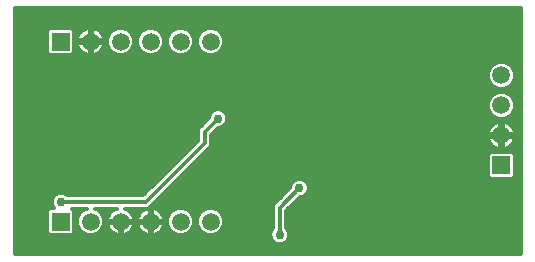
<source format=gbl>
G75*
%MOIN*%
%OFA0B0*%
%FSLAX25Y25*%
%IPPOS*%
%LPD*%
%AMOC8*
5,1,8,0,0,1.08239X$1,22.5*
%
%ADD10R,0.05937X0.05937*%
%ADD11C,0.05937*%
%ADD12C,0.01200*%
%ADD13C,0.02978*%
D10*
X0021757Y0016533D03*
X0021757Y0076572D03*
X0168634Y0035275D03*
D11*
X0168634Y0045275D03*
X0168634Y0055275D03*
X0168634Y0065275D03*
X0071757Y0076572D03*
X0061757Y0076572D03*
X0051757Y0076572D03*
X0041757Y0076572D03*
X0031757Y0076572D03*
X0031757Y0016533D03*
X0041757Y0016533D03*
X0051757Y0016533D03*
X0061757Y0016533D03*
X0071757Y0016533D03*
D12*
X0006357Y0005779D02*
X0006357Y0087720D01*
X0175150Y0087720D01*
X0175150Y0005779D01*
X0006357Y0005779D01*
X0006357Y0006604D02*
X0175150Y0006604D01*
X0175150Y0007802D02*
X0006357Y0007802D01*
X0006357Y0009001D02*
X0175150Y0009001D01*
X0175150Y0010199D02*
X0097189Y0010199D01*
X0097351Y0010361D02*
X0097821Y0011497D01*
X0097821Y0012725D01*
X0097351Y0013861D01*
X0096932Y0014279D01*
X0096932Y0020258D01*
X0101353Y0024679D01*
X0101945Y0024679D01*
X0103081Y0025149D01*
X0103950Y0026018D01*
X0104420Y0027154D01*
X0104420Y0028382D01*
X0103950Y0029518D01*
X0103081Y0030387D01*
X0101945Y0030857D01*
X0100717Y0030857D01*
X0099581Y0030387D01*
X0098712Y0029518D01*
X0098242Y0028382D01*
X0098242Y0027790D01*
X0092532Y0022080D01*
X0092532Y0014279D01*
X0092114Y0013861D01*
X0091643Y0012725D01*
X0091643Y0011497D01*
X0092114Y0010361D01*
X0092982Y0009492D01*
X0094118Y0009022D01*
X0095347Y0009022D01*
X0096482Y0009492D01*
X0097351Y0010361D01*
X0097780Y0011398D02*
X0175150Y0011398D01*
X0175150Y0012596D02*
X0097821Y0012596D01*
X0097378Y0013795D02*
X0175150Y0013795D01*
X0175150Y0014993D02*
X0096932Y0014993D01*
X0096932Y0016192D02*
X0175150Y0016192D01*
X0175150Y0017390D02*
X0096932Y0017390D01*
X0096932Y0018589D02*
X0175150Y0018589D01*
X0175150Y0019787D02*
X0096932Y0019787D01*
X0097660Y0020986D02*
X0175150Y0020986D01*
X0175150Y0022184D02*
X0098859Y0022184D01*
X0100057Y0023383D02*
X0175150Y0023383D01*
X0175150Y0024581D02*
X0101256Y0024581D01*
X0103711Y0025780D02*
X0175150Y0025780D01*
X0175150Y0026978D02*
X0104347Y0026978D01*
X0104420Y0028177D02*
X0175150Y0028177D01*
X0175150Y0029375D02*
X0104009Y0029375D01*
X0101331Y0027768D02*
X0094732Y0021169D01*
X0094732Y0012111D01*
X0091684Y0011398D02*
X0006357Y0011398D01*
X0006357Y0012596D02*
X0017495Y0012596D01*
X0017189Y0012902D02*
X0018126Y0011965D01*
X0025389Y0011965D01*
X0026326Y0012902D01*
X0026326Y0020164D01*
X0025564Y0020926D01*
X0030426Y0020926D01*
X0029170Y0020406D01*
X0027884Y0019121D01*
X0027189Y0017442D01*
X0027189Y0015624D01*
X0027884Y0013945D01*
X0029170Y0012660D01*
X0030849Y0011965D01*
X0032666Y0011965D01*
X0034345Y0012660D01*
X0035630Y0013945D01*
X0036326Y0015624D01*
X0036326Y0017442D01*
X0035630Y0019121D01*
X0034345Y0020406D01*
X0033089Y0020926D01*
X0040495Y0020926D01*
X0040004Y0020767D01*
X0039363Y0020440D01*
X0038781Y0020018D01*
X0038273Y0019509D01*
X0037850Y0018927D01*
X0037524Y0018287D01*
X0037301Y0017603D01*
X0037193Y0016917D01*
X0041373Y0016917D01*
X0041373Y0016149D01*
X0037193Y0016149D01*
X0037301Y0015463D01*
X0037524Y0014779D01*
X0037850Y0014139D01*
X0038273Y0013557D01*
X0038781Y0013048D01*
X0039363Y0012626D01*
X0040004Y0012299D01*
X0040688Y0012077D01*
X0041373Y0011968D01*
X0041373Y0016149D01*
X0042142Y0016149D01*
X0042142Y0016917D01*
X0046322Y0016917D01*
X0046213Y0017603D01*
X0045991Y0018287D01*
X0045665Y0018927D01*
X0045242Y0019509D01*
X0044734Y0020018D01*
X0044152Y0020440D01*
X0043511Y0020767D01*
X0043020Y0020926D01*
X0050495Y0020926D01*
X0050004Y0020767D01*
X0049363Y0020440D01*
X0048781Y0020018D01*
X0048273Y0019509D01*
X0047850Y0018927D01*
X0047524Y0018287D01*
X0047301Y0017603D01*
X0047193Y0016917D01*
X0051373Y0016917D01*
X0051373Y0016149D01*
X0047193Y0016149D01*
X0047301Y0015463D01*
X0047524Y0014779D01*
X0047850Y0014139D01*
X0048273Y0013557D01*
X0048781Y0013048D01*
X0049363Y0012626D01*
X0050004Y0012299D01*
X0050688Y0012077D01*
X0051373Y0011968D01*
X0051373Y0016149D01*
X0052142Y0016149D01*
X0052142Y0016917D01*
X0056322Y0016917D01*
X0056213Y0017603D01*
X0055991Y0018287D01*
X0055665Y0018927D01*
X0055242Y0019509D01*
X0054734Y0020018D01*
X0054152Y0020440D01*
X0053511Y0020767D01*
X0052827Y0020989D01*
X0052142Y0021098D01*
X0052142Y0016917D01*
X0051373Y0016917D01*
X0051373Y0021098D01*
X0051218Y0021073D01*
X0071913Y0041768D01*
X0071913Y0045496D01*
X0074254Y0047837D01*
X0074846Y0047837D01*
X0075981Y0048307D01*
X0076850Y0049176D01*
X0077321Y0050311D01*
X0077321Y0051540D01*
X0076850Y0052676D01*
X0075981Y0053545D01*
X0074846Y0054015D01*
X0073617Y0054015D01*
X0072482Y0053545D01*
X0071613Y0052676D01*
X0071143Y0051540D01*
X0071143Y0050948D01*
X0068802Y0048608D01*
X0067513Y0047319D01*
X0067513Y0043591D01*
X0049249Y0025326D01*
X0023971Y0025326D01*
X0023552Y0025745D01*
X0022417Y0026215D01*
X0021188Y0026215D01*
X0020052Y0025745D01*
X0019183Y0024876D01*
X0018713Y0023741D01*
X0018713Y0022512D01*
X0019183Y0021377D01*
X0019459Y0021102D01*
X0018126Y0021102D01*
X0017189Y0020164D01*
X0017189Y0012902D01*
X0017189Y0013795D02*
X0006357Y0013795D01*
X0006357Y0014993D02*
X0017189Y0014993D01*
X0017189Y0016192D02*
X0006357Y0016192D01*
X0006357Y0017390D02*
X0017189Y0017390D01*
X0017189Y0018589D02*
X0006357Y0018589D01*
X0006357Y0019787D02*
X0017189Y0019787D01*
X0018010Y0020986D02*
X0006357Y0020986D01*
X0006357Y0022184D02*
X0018849Y0022184D01*
X0018713Y0023383D02*
X0006357Y0023383D01*
X0006357Y0024581D02*
X0019061Y0024581D01*
X0020136Y0025780D02*
X0006357Y0025780D01*
X0006357Y0026978D02*
X0050901Y0026978D01*
X0052099Y0028177D02*
X0006357Y0028177D01*
X0006357Y0029375D02*
X0053298Y0029375D01*
X0054496Y0030574D02*
X0006357Y0030574D01*
X0006357Y0031772D02*
X0055695Y0031772D01*
X0056893Y0032971D02*
X0006357Y0032971D01*
X0006357Y0034169D02*
X0058092Y0034169D01*
X0059290Y0035368D02*
X0006357Y0035368D01*
X0006357Y0036566D02*
X0060489Y0036566D01*
X0061687Y0037765D02*
X0006357Y0037765D01*
X0006357Y0038963D02*
X0062886Y0038963D01*
X0064084Y0040162D02*
X0006357Y0040162D01*
X0006357Y0041360D02*
X0065283Y0041360D01*
X0066481Y0042559D02*
X0006357Y0042559D01*
X0006357Y0043757D02*
X0067513Y0043757D01*
X0067513Y0044956D02*
X0006357Y0044956D01*
X0006357Y0046154D02*
X0067513Y0046154D01*
X0067547Y0047353D02*
X0006357Y0047353D01*
X0006357Y0048551D02*
X0068746Y0048551D01*
X0068802Y0048608D02*
X0068802Y0048608D01*
X0069944Y0049750D02*
X0006357Y0049750D01*
X0006357Y0050948D02*
X0071143Y0050948D01*
X0071394Y0052147D02*
X0006357Y0052147D01*
X0006357Y0053346D02*
X0072283Y0053346D01*
X0076180Y0053346D02*
X0164489Y0053346D01*
X0164761Y0052687D02*
X0166046Y0051402D01*
X0167726Y0050706D01*
X0169543Y0050706D01*
X0171222Y0051402D01*
X0172507Y0052687D01*
X0173203Y0054366D01*
X0173203Y0056183D01*
X0172507Y0057863D01*
X0171222Y0059148D01*
X0169543Y0059843D01*
X0167726Y0059843D01*
X0166046Y0059148D01*
X0164761Y0057863D01*
X0164066Y0056183D01*
X0164066Y0054366D01*
X0164761Y0052687D01*
X0165301Y0052147D02*
X0077069Y0052147D01*
X0077321Y0050948D02*
X0167141Y0050948D01*
X0167565Y0049731D02*
X0166881Y0049509D01*
X0166240Y0049182D01*
X0165658Y0048759D01*
X0165150Y0048251D01*
X0164727Y0047669D01*
X0164401Y0047028D01*
X0164178Y0046345D01*
X0164070Y0045659D01*
X0168250Y0045659D01*
X0168250Y0044890D01*
X0169019Y0044890D01*
X0169019Y0045659D01*
X0173199Y0045659D01*
X0173090Y0046345D01*
X0172868Y0047028D01*
X0172542Y0047669D01*
X0172119Y0048251D01*
X0171610Y0048759D01*
X0171029Y0049182D01*
X0170388Y0049509D01*
X0169704Y0049731D01*
X0169019Y0049839D01*
X0169019Y0045659D01*
X0168250Y0045659D01*
X0168250Y0049839D01*
X0167565Y0049731D01*
X0167686Y0049750D02*
X0077088Y0049750D01*
X0076226Y0048551D02*
X0165450Y0048551D01*
X0164566Y0047353D02*
X0073770Y0047353D01*
X0072571Y0046154D02*
X0164148Y0046154D01*
X0164070Y0044890D02*
X0164178Y0044205D01*
X0164401Y0043521D01*
X0164727Y0042880D01*
X0165150Y0042299D01*
X0165658Y0041790D01*
X0166240Y0041367D01*
X0166881Y0041041D01*
X0167565Y0040819D01*
X0168250Y0040710D01*
X0168250Y0044890D01*
X0164070Y0044890D01*
X0164324Y0043757D02*
X0071913Y0043757D01*
X0071913Y0042559D02*
X0164961Y0042559D01*
X0166254Y0041360D02*
X0071505Y0041360D01*
X0069713Y0042680D02*
X0050160Y0023126D01*
X0021802Y0023126D01*
X0023468Y0025780D02*
X0049702Y0025780D01*
X0054726Y0024581D02*
X0095033Y0024581D01*
X0096232Y0025780D02*
X0055925Y0025780D01*
X0057123Y0026978D02*
X0097430Y0026978D01*
X0098242Y0028177D02*
X0058322Y0028177D01*
X0059520Y0029375D02*
X0098653Y0029375D01*
X0100033Y0030574D02*
X0060719Y0030574D01*
X0061917Y0031772D02*
X0164066Y0031772D01*
X0164066Y0031644D02*
X0165003Y0030706D01*
X0172266Y0030706D01*
X0173203Y0031644D01*
X0173203Y0038906D01*
X0172266Y0039843D01*
X0165003Y0039843D01*
X0164066Y0038906D01*
X0164066Y0031644D01*
X0164066Y0032971D02*
X0063116Y0032971D01*
X0064314Y0034169D02*
X0164066Y0034169D01*
X0164066Y0035368D02*
X0065513Y0035368D01*
X0066711Y0036566D02*
X0164066Y0036566D01*
X0164066Y0037765D02*
X0067910Y0037765D01*
X0069108Y0038963D02*
X0164123Y0038963D01*
X0168250Y0041360D02*
X0169019Y0041360D01*
X0169019Y0040710D02*
X0169704Y0040819D01*
X0170388Y0041041D01*
X0171029Y0041367D01*
X0171610Y0041790D01*
X0172119Y0042299D01*
X0172542Y0042880D01*
X0172868Y0043521D01*
X0173090Y0044205D01*
X0173199Y0044890D01*
X0169019Y0044890D01*
X0169019Y0040710D01*
X0171015Y0041360D02*
X0175150Y0041360D01*
X0175150Y0042559D02*
X0172308Y0042559D01*
X0172945Y0043757D02*
X0175150Y0043757D01*
X0175150Y0044956D02*
X0169019Y0044956D01*
X0168250Y0044956D02*
X0071913Y0044956D01*
X0069713Y0046408D02*
X0069713Y0042680D01*
X0070307Y0040162D02*
X0175150Y0040162D01*
X0175150Y0038963D02*
X0173145Y0038963D01*
X0173203Y0037765D02*
X0175150Y0037765D01*
X0175150Y0036566D02*
X0173203Y0036566D01*
X0173203Y0035368D02*
X0175150Y0035368D01*
X0175150Y0034169D02*
X0173203Y0034169D01*
X0173203Y0032971D02*
X0175150Y0032971D01*
X0175150Y0031772D02*
X0173203Y0031772D01*
X0175150Y0030574D02*
X0102629Y0030574D01*
X0093835Y0023383D02*
X0053528Y0023383D01*
X0052329Y0022184D02*
X0092636Y0022184D01*
X0092532Y0020986D02*
X0072946Y0020986D01*
X0072666Y0021102D02*
X0070849Y0021102D01*
X0069170Y0020406D01*
X0067884Y0019121D01*
X0067189Y0017442D01*
X0067189Y0015624D01*
X0067884Y0013945D01*
X0069170Y0012660D01*
X0070849Y0011965D01*
X0072666Y0011965D01*
X0074345Y0012660D01*
X0075630Y0013945D01*
X0076326Y0015624D01*
X0076326Y0017442D01*
X0075630Y0019121D01*
X0074345Y0020406D01*
X0072666Y0021102D01*
X0070569Y0020986D02*
X0062946Y0020986D01*
X0062666Y0021102D02*
X0060849Y0021102D01*
X0059170Y0020406D01*
X0057884Y0019121D01*
X0057189Y0017442D01*
X0057189Y0015624D01*
X0057884Y0013945D01*
X0059170Y0012660D01*
X0060849Y0011965D01*
X0062666Y0011965D01*
X0064345Y0012660D01*
X0065630Y0013945D01*
X0066326Y0015624D01*
X0066326Y0017442D01*
X0065630Y0019121D01*
X0064345Y0020406D01*
X0062666Y0021102D01*
X0060569Y0020986D02*
X0052838Y0020986D01*
X0052142Y0020986D02*
X0051373Y0020986D01*
X0051373Y0019787D02*
X0052142Y0019787D01*
X0054964Y0019787D02*
X0058551Y0019787D01*
X0057664Y0018589D02*
X0055837Y0018589D01*
X0056247Y0017390D02*
X0057189Y0017390D01*
X0057189Y0016192D02*
X0052142Y0016192D01*
X0052142Y0016149D02*
X0056322Y0016149D01*
X0056213Y0015463D01*
X0055991Y0014779D01*
X0055665Y0014139D01*
X0055242Y0013557D01*
X0054734Y0013048D01*
X0054152Y0012626D01*
X0053511Y0012299D01*
X0052827Y0012077D01*
X0052142Y0011968D01*
X0052142Y0016149D01*
X0051373Y0016192D02*
X0042142Y0016192D01*
X0042142Y0016149D02*
X0046322Y0016149D01*
X0046213Y0015463D01*
X0045991Y0014779D01*
X0045665Y0014139D01*
X0045242Y0013557D01*
X0044734Y0013048D01*
X0044152Y0012626D01*
X0043511Y0012299D01*
X0042827Y0012077D01*
X0042142Y0011968D01*
X0042142Y0016149D01*
X0041373Y0016192D02*
X0036326Y0016192D01*
X0036326Y0017390D02*
X0037268Y0017390D01*
X0037678Y0018589D02*
X0035851Y0018589D01*
X0034964Y0019787D02*
X0038551Y0019787D01*
X0044964Y0019787D02*
X0048551Y0019787D01*
X0047678Y0018589D02*
X0045837Y0018589D01*
X0046247Y0017390D02*
X0047268Y0017390D01*
X0047454Y0014993D02*
X0046061Y0014993D01*
X0045415Y0013795D02*
X0048100Y0013795D01*
X0049421Y0012596D02*
X0044094Y0012596D01*
X0042142Y0012596D02*
X0041373Y0012596D01*
X0039421Y0012596D02*
X0034191Y0012596D01*
X0035480Y0013795D02*
X0038100Y0013795D01*
X0037454Y0014993D02*
X0036065Y0014993D01*
X0041373Y0014993D02*
X0042142Y0014993D01*
X0042142Y0013795D02*
X0041373Y0013795D01*
X0051373Y0013795D02*
X0052142Y0013795D01*
X0052142Y0014993D02*
X0051373Y0014993D01*
X0051373Y0017390D02*
X0052142Y0017390D01*
X0052142Y0018589D02*
X0051373Y0018589D01*
X0056061Y0014993D02*
X0057450Y0014993D01*
X0058035Y0013795D02*
X0055415Y0013795D01*
X0054094Y0012596D02*
X0059324Y0012596D01*
X0064191Y0012596D02*
X0069324Y0012596D01*
X0068035Y0013795D02*
X0065480Y0013795D01*
X0066065Y0014993D02*
X0067450Y0014993D01*
X0067189Y0016192D02*
X0066326Y0016192D01*
X0066326Y0017390D02*
X0067189Y0017390D01*
X0067664Y0018589D02*
X0065851Y0018589D01*
X0064964Y0019787D02*
X0068551Y0019787D01*
X0074964Y0019787D02*
X0092532Y0019787D01*
X0092532Y0018589D02*
X0075851Y0018589D01*
X0076326Y0017390D02*
X0092532Y0017390D01*
X0092532Y0016192D02*
X0076326Y0016192D01*
X0076065Y0014993D02*
X0092532Y0014993D01*
X0092086Y0013795D02*
X0075480Y0013795D01*
X0074191Y0012596D02*
X0091643Y0012596D01*
X0092276Y0010199D02*
X0006357Y0010199D01*
X0026020Y0012596D02*
X0029324Y0012596D01*
X0028035Y0013795D02*
X0026326Y0013795D01*
X0026326Y0014993D02*
X0027450Y0014993D01*
X0027189Y0016192D02*
X0026326Y0016192D01*
X0026326Y0017390D02*
X0027189Y0017390D01*
X0027664Y0018589D02*
X0026326Y0018589D01*
X0026326Y0019787D02*
X0028551Y0019787D01*
X0051373Y0012596D02*
X0052142Y0012596D01*
X0069713Y0046408D02*
X0074232Y0050926D01*
X0072666Y0072004D02*
X0070849Y0072004D01*
X0069170Y0072699D01*
X0067884Y0073985D01*
X0067189Y0075664D01*
X0067189Y0077481D01*
X0067884Y0079160D01*
X0069170Y0080445D01*
X0070849Y0081141D01*
X0072666Y0081141D01*
X0074345Y0080445D01*
X0075630Y0079160D01*
X0076326Y0077481D01*
X0076326Y0075664D01*
X0075630Y0073985D01*
X0074345Y0072699D01*
X0072666Y0072004D01*
X0073916Y0072522D02*
X0175150Y0072522D01*
X0175150Y0071323D02*
X0006357Y0071323D01*
X0006357Y0070125D02*
X0175150Y0070125D01*
X0175150Y0068926D02*
X0171444Y0068926D01*
X0171222Y0069148D02*
X0169543Y0069843D01*
X0167726Y0069843D01*
X0166046Y0069148D01*
X0164761Y0067863D01*
X0164066Y0066183D01*
X0164066Y0064366D01*
X0164761Y0062687D01*
X0166046Y0061402D01*
X0167726Y0060706D01*
X0169543Y0060706D01*
X0171222Y0061402D01*
X0172507Y0062687D01*
X0173203Y0064366D01*
X0173203Y0066183D01*
X0172507Y0067863D01*
X0171222Y0069148D01*
X0172563Y0067728D02*
X0175150Y0067728D01*
X0175150Y0066529D02*
X0173060Y0066529D01*
X0173203Y0065331D02*
X0175150Y0065331D01*
X0175150Y0064132D02*
X0173106Y0064132D01*
X0172609Y0062934D02*
X0175150Y0062934D01*
X0175150Y0061735D02*
X0171555Y0061735D01*
X0170763Y0059338D02*
X0175150Y0059338D01*
X0175150Y0058140D02*
X0172230Y0058140D01*
X0172889Y0056941D02*
X0175150Y0056941D01*
X0175150Y0055743D02*
X0173203Y0055743D01*
X0173203Y0054544D02*
X0175150Y0054544D01*
X0175150Y0053346D02*
X0172780Y0053346D01*
X0171967Y0052147D02*
X0175150Y0052147D01*
X0175150Y0050948D02*
X0170128Y0050948D01*
X0169583Y0049750D02*
X0175150Y0049750D01*
X0175150Y0048551D02*
X0171818Y0048551D01*
X0172703Y0047353D02*
X0175150Y0047353D01*
X0175150Y0046154D02*
X0173120Y0046154D01*
X0169019Y0046154D02*
X0168250Y0046154D01*
X0168250Y0047353D02*
X0169019Y0047353D01*
X0169019Y0048551D02*
X0168250Y0048551D01*
X0168250Y0049750D02*
X0169019Y0049750D01*
X0164066Y0054544D02*
X0006357Y0054544D01*
X0006357Y0055743D02*
X0164066Y0055743D01*
X0164380Y0056941D02*
X0006357Y0056941D01*
X0006357Y0058140D02*
X0165038Y0058140D01*
X0166506Y0059338D02*
X0006357Y0059338D01*
X0006357Y0060537D02*
X0175150Y0060537D01*
X0165713Y0061735D02*
X0006357Y0061735D01*
X0006357Y0062934D02*
X0164659Y0062934D01*
X0164163Y0064132D02*
X0006357Y0064132D01*
X0006357Y0065331D02*
X0164066Y0065331D01*
X0164209Y0066529D02*
X0006357Y0066529D01*
X0006357Y0067728D02*
X0164705Y0067728D01*
X0165825Y0068926D02*
X0006357Y0068926D01*
X0006357Y0072522D02*
X0017608Y0072522D01*
X0017189Y0072941D02*
X0018126Y0072004D01*
X0025389Y0072004D01*
X0026326Y0072941D01*
X0026326Y0080204D01*
X0025389Y0081141D01*
X0018126Y0081141D01*
X0017189Y0080204D01*
X0017189Y0072941D01*
X0017189Y0073720D02*
X0006357Y0073720D01*
X0006357Y0074919D02*
X0017189Y0074919D01*
X0017189Y0076117D02*
X0006357Y0076117D01*
X0006357Y0077316D02*
X0017189Y0077316D01*
X0017189Y0078514D02*
X0006357Y0078514D01*
X0006357Y0079713D02*
X0017189Y0079713D01*
X0017897Y0080911D02*
X0006357Y0080911D01*
X0006357Y0082110D02*
X0175150Y0082110D01*
X0175150Y0083308D02*
X0006357Y0083308D01*
X0006357Y0084507D02*
X0175150Y0084507D01*
X0175150Y0085705D02*
X0006357Y0085705D01*
X0006357Y0086904D02*
X0175150Y0086904D01*
X0175150Y0080911D02*
X0073221Y0080911D01*
X0075078Y0079713D02*
X0175150Y0079713D01*
X0175150Y0078514D02*
X0075898Y0078514D01*
X0076326Y0077316D02*
X0175150Y0077316D01*
X0175150Y0076117D02*
X0076326Y0076117D01*
X0076017Y0074919D02*
X0175150Y0074919D01*
X0175150Y0073720D02*
X0075366Y0073720D01*
X0069599Y0072522D02*
X0063916Y0072522D01*
X0064345Y0072699D02*
X0062666Y0072004D01*
X0060849Y0072004D01*
X0059170Y0072699D01*
X0057884Y0073985D01*
X0057189Y0075664D01*
X0057189Y0077481D01*
X0057884Y0079160D01*
X0059170Y0080445D01*
X0060849Y0081141D01*
X0062666Y0081141D01*
X0064345Y0080445D01*
X0065630Y0079160D01*
X0066326Y0077481D01*
X0066326Y0075664D01*
X0065630Y0073985D01*
X0064345Y0072699D01*
X0065366Y0073720D02*
X0068149Y0073720D01*
X0067498Y0074919D02*
X0066017Y0074919D01*
X0066326Y0076117D02*
X0067189Y0076117D01*
X0067189Y0077316D02*
X0066326Y0077316D01*
X0065898Y0078514D02*
X0067617Y0078514D01*
X0068437Y0079713D02*
X0065078Y0079713D01*
X0063221Y0080911D02*
X0070294Y0080911D01*
X0060294Y0080911D02*
X0053221Y0080911D01*
X0052666Y0081141D02*
X0054345Y0080445D01*
X0055630Y0079160D01*
X0056326Y0077481D01*
X0056326Y0075664D01*
X0055630Y0073985D01*
X0054345Y0072699D01*
X0052666Y0072004D01*
X0050849Y0072004D01*
X0049170Y0072699D01*
X0047884Y0073985D01*
X0047189Y0075664D01*
X0047189Y0077481D01*
X0047884Y0079160D01*
X0049170Y0080445D01*
X0050849Y0081141D01*
X0052666Y0081141D01*
X0050294Y0080911D02*
X0043221Y0080911D01*
X0042666Y0081141D02*
X0040849Y0081141D01*
X0039170Y0080445D01*
X0037884Y0079160D01*
X0037189Y0077481D01*
X0037189Y0075664D01*
X0037884Y0073985D01*
X0039170Y0072699D01*
X0040849Y0072004D01*
X0042666Y0072004D01*
X0044345Y0072699D01*
X0045630Y0073985D01*
X0046326Y0075664D01*
X0046326Y0077481D01*
X0045630Y0079160D01*
X0044345Y0080445D01*
X0042666Y0081141D01*
X0045078Y0079713D02*
X0048437Y0079713D01*
X0047617Y0078514D02*
X0045898Y0078514D01*
X0046326Y0077316D02*
X0047189Y0077316D01*
X0047189Y0076117D02*
X0046326Y0076117D01*
X0046017Y0074919D02*
X0047498Y0074919D01*
X0048149Y0073720D02*
X0045366Y0073720D01*
X0043916Y0072522D02*
X0049599Y0072522D01*
X0053916Y0072522D02*
X0059599Y0072522D01*
X0058149Y0073720D02*
X0055366Y0073720D01*
X0056017Y0074919D02*
X0057498Y0074919D01*
X0057189Y0076117D02*
X0056326Y0076117D01*
X0056326Y0077316D02*
X0057189Y0077316D01*
X0057617Y0078514D02*
X0055898Y0078514D01*
X0055078Y0079713D02*
X0058437Y0079713D01*
X0040294Y0080911D02*
X0033188Y0080911D01*
X0033511Y0080806D02*
X0032827Y0081028D01*
X0032142Y0081137D01*
X0032142Y0076957D01*
X0031373Y0076957D01*
X0031373Y0081137D01*
X0030688Y0081028D01*
X0030004Y0080806D01*
X0029363Y0080480D01*
X0028781Y0080057D01*
X0028273Y0079549D01*
X0027850Y0078967D01*
X0027524Y0078326D01*
X0027301Y0077642D01*
X0027193Y0076957D01*
X0031373Y0076957D01*
X0031373Y0076188D01*
X0027193Y0076188D01*
X0027301Y0075503D01*
X0027524Y0074819D01*
X0027850Y0074178D01*
X0028273Y0073596D01*
X0028781Y0073088D01*
X0029363Y0072665D01*
X0030004Y0072339D01*
X0030688Y0072116D01*
X0031373Y0072008D01*
X0031373Y0076188D01*
X0032142Y0076188D01*
X0032142Y0076957D01*
X0036322Y0076957D01*
X0036213Y0077642D01*
X0035991Y0078326D01*
X0035665Y0078967D01*
X0035242Y0079549D01*
X0034734Y0080057D01*
X0034152Y0080480D01*
X0033511Y0080806D01*
X0032142Y0080911D02*
X0031373Y0080911D01*
X0030327Y0080911D02*
X0025618Y0080911D01*
X0026326Y0079713D02*
X0028437Y0079713D01*
X0027620Y0078514D02*
X0026326Y0078514D01*
X0026326Y0077316D02*
X0027250Y0077316D01*
X0027204Y0076117D02*
X0026326Y0076117D01*
X0026326Y0074919D02*
X0027491Y0074919D01*
X0028183Y0073720D02*
X0026326Y0073720D01*
X0025906Y0072522D02*
X0029645Y0072522D01*
X0031373Y0072522D02*
X0032142Y0072522D01*
X0032142Y0072008D02*
X0032827Y0072116D01*
X0033511Y0072339D01*
X0034152Y0072665D01*
X0034734Y0073088D01*
X0035242Y0073596D01*
X0035665Y0074178D01*
X0035991Y0074819D01*
X0036213Y0075503D01*
X0036322Y0076188D01*
X0032142Y0076188D01*
X0032142Y0072008D01*
X0033870Y0072522D02*
X0039599Y0072522D01*
X0038149Y0073720D02*
X0035332Y0073720D01*
X0036024Y0074919D02*
X0037498Y0074919D01*
X0037189Y0076117D02*
X0036311Y0076117D01*
X0036265Y0077316D02*
X0037189Y0077316D01*
X0037617Y0078514D02*
X0035895Y0078514D01*
X0035078Y0079713D02*
X0038437Y0079713D01*
X0032142Y0079713D02*
X0031373Y0079713D01*
X0031373Y0078514D02*
X0032142Y0078514D01*
X0032142Y0077316D02*
X0031373Y0077316D01*
X0031373Y0076117D02*
X0032142Y0076117D01*
X0032142Y0074919D02*
X0031373Y0074919D01*
X0031373Y0073720D02*
X0032142Y0073720D01*
X0168250Y0043757D02*
X0169019Y0043757D01*
X0169019Y0042559D02*
X0168250Y0042559D01*
D13*
X0101331Y0027768D03*
X0094732Y0012111D03*
X0066624Y0043959D03*
X0074232Y0050926D03*
X0054073Y0047288D03*
X0035118Y0052484D03*
X0077551Y0070919D03*
X0021802Y0023126D03*
M02*

</source>
